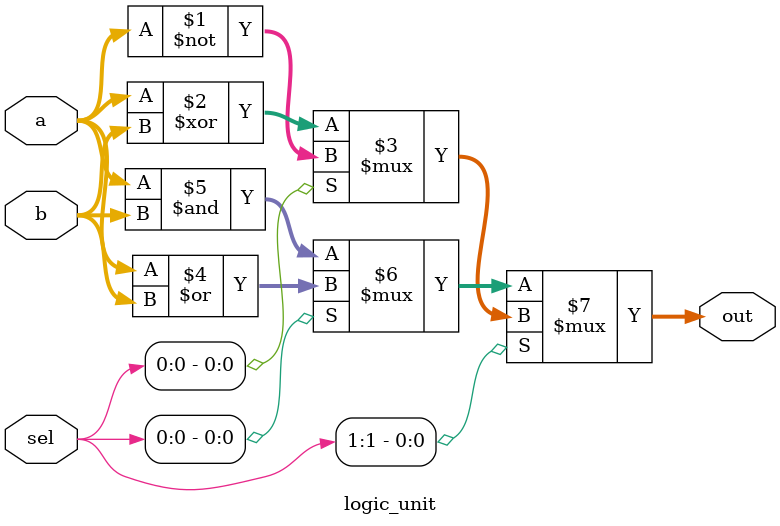
<source format=v>
module logic_unit ( 
 input [31:0] a,
 input [31:0] b,
 input [1:0] sel,
 output [31:0] out);

 assign out = sel[1] ? (sel[0] ? ~a : a ^ b) : (sel[0] ? a | b : a & b);
endmodule

</source>
